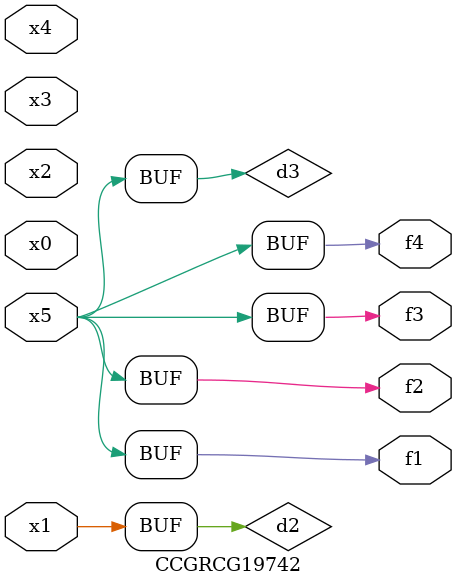
<source format=v>
module CCGRCG19742(
	input x0, x1, x2, x3, x4, x5,
	output f1, f2, f3, f4
);

	wire d1, d2, d3;

	not (d1, x5);
	or (d2, x1);
	xnor (d3, d1);
	assign f1 = d3;
	assign f2 = d3;
	assign f3 = d3;
	assign f4 = d3;
endmodule

</source>
